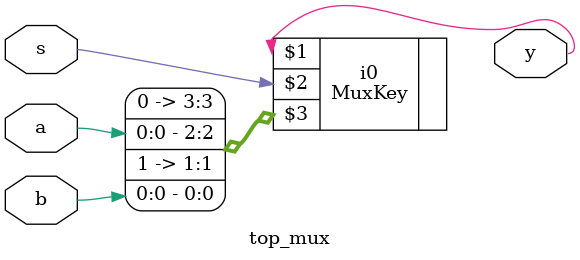
<source format=v>
module top_mux(a,b,s,y);
  input   a,b,s;
  output  y;
  MuxKey #(2, 1, 1) i0 (y, s, {
    1'b0, a,
    1'b1, b
  });
endmodule

</source>
